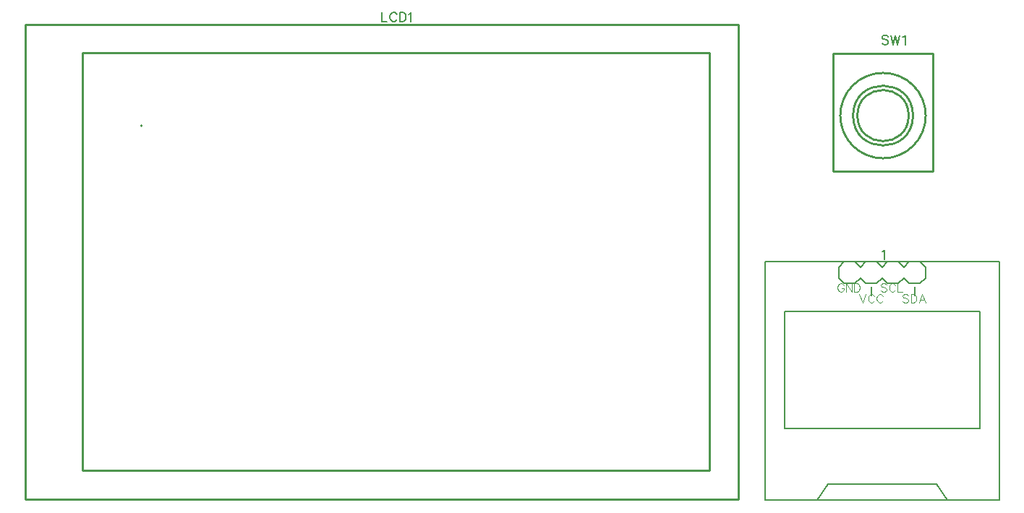
<source format=gto>
G04 Layer: TopSilkscreenLayer*
G04 EasyEDA v6.5.44, 2024-08-15 15:42:15*
G04 b91efb4008e245508f022da7a51206cd,080bb0d1436b4706b040d70de8f1a738,10*
G04 Gerber Generator version 0.2*
G04 Scale: 100 percent, Rotated: No, Reflected: No *
G04 Dimensions in millimeters *
G04 leading zeros omitted , absolute positions ,4 integer and 5 decimal *
%FSLAX45Y45*%
%MOMM*%

%ADD10C,0.1524*%
%ADD11C,0.0813*%
%ADD12C,0.1270*%
%ADD13C,0.2540*%

%LPD*%
D10*
X11049000Y10292587D02*
G01*
X11059413Y10297921D01*
X11074908Y10313415D01*
X11074908Y10204450D01*
D11*
X10600181Y9896602D02*
G01*
X10595609Y9905745D01*
X10586211Y9914889D01*
X10577068Y9919715D01*
X10558525Y9919715D01*
X10549381Y9914889D01*
X10539984Y9905745D01*
X10535411Y9896602D01*
X10530840Y9882631D01*
X10530840Y9859518D01*
X10535411Y9845802D01*
X10539984Y9836404D01*
X10549381Y9827260D01*
X10558525Y9822687D01*
X10577068Y9822687D01*
X10586211Y9827260D01*
X10595609Y9836404D01*
X10600181Y9845802D01*
X10600181Y9859518D01*
X10577068Y9859518D02*
G01*
X10600181Y9859518D01*
X10630661Y9919715D02*
G01*
X10630661Y9822687D01*
X10630661Y9919715D02*
G01*
X10695177Y9822687D01*
X10695177Y9919715D02*
G01*
X10695177Y9822687D01*
X10725658Y9919715D02*
G01*
X10725658Y9822687D01*
X10725658Y9919715D02*
G01*
X10758170Y9919715D01*
X10771886Y9914889D01*
X10781029Y9905745D01*
X10785856Y9896602D01*
X10790427Y9882631D01*
X10790427Y9859518D01*
X10785856Y9845802D01*
X10781029Y9836404D01*
X10771886Y9827260D01*
X10758170Y9822687D01*
X10725658Y9822687D01*
X10784840Y9792715D02*
G01*
X10821670Y9695687D01*
X10858754Y9792715D02*
G01*
X10821670Y9695687D01*
X10958575Y9769602D02*
G01*
X10953750Y9778745D01*
X10944606Y9787889D01*
X10935461Y9792715D01*
X10916920Y9792715D01*
X10907775Y9787889D01*
X10898377Y9778745D01*
X10893806Y9769602D01*
X10889234Y9755631D01*
X10889234Y9732518D01*
X10893806Y9718802D01*
X10898377Y9709404D01*
X10907775Y9700260D01*
X10916920Y9695687D01*
X10935461Y9695687D01*
X10944606Y9700260D01*
X10953750Y9709404D01*
X10958575Y9718802D01*
X11058143Y9769602D02*
G01*
X11053572Y9778745D01*
X11044427Y9787889D01*
X11035029Y9792715D01*
X11016741Y9792715D01*
X11007343Y9787889D01*
X10998200Y9778745D01*
X10993627Y9769602D01*
X10989056Y9755631D01*
X10989056Y9732518D01*
X10993627Y9718802D01*
X10998200Y9709404D01*
X11007343Y9700260D01*
X11016741Y9695687D01*
X11035029Y9695687D01*
X11044427Y9700260D01*
X11053572Y9709404D01*
X11058143Y9718802D01*
X11103609Y9905745D02*
G01*
X11094211Y9914889D01*
X11080495Y9919715D01*
X11061954Y9919715D01*
X11047984Y9914889D01*
X11038840Y9905745D01*
X11038840Y9896602D01*
X11043411Y9887204D01*
X11047984Y9882631D01*
X11057381Y9878060D01*
X11085068Y9868915D01*
X11094211Y9864089D01*
X11098784Y9859518D01*
X11103609Y9850374D01*
X11103609Y9836404D01*
X11094211Y9827260D01*
X11080495Y9822687D01*
X11061954Y9822687D01*
X11047984Y9827260D01*
X11038840Y9836404D01*
X11203177Y9896602D02*
G01*
X11198606Y9905745D01*
X11189461Y9914889D01*
X11180063Y9919715D01*
X11161775Y9919715D01*
X11152377Y9914889D01*
X11143234Y9905745D01*
X11138661Y9896602D01*
X11134090Y9882631D01*
X11134090Y9859518D01*
X11138661Y9845802D01*
X11143234Y9836404D01*
X11152377Y9827260D01*
X11161775Y9822687D01*
X11180063Y9822687D01*
X11189461Y9827260D01*
X11198606Y9836404D01*
X11203177Y9845802D01*
X11233658Y9919715D02*
G01*
X11233658Y9822687D01*
X11233658Y9822687D02*
G01*
X11289029Y9822687D01*
X11357609Y9778745D02*
G01*
X11348211Y9787889D01*
X11334495Y9792715D01*
X11315954Y9792715D01*
X11301984Y9787889D01*
X11292840Y9778745D01*
X11292840Y9769602D01*
X11297411Y9760204D01*
X11301984Y9755631D01*
X11311381Y9751060D01*
X11339068Y9741915D01*
X11348211Y9737089D01*
X11352784Y9732518D01*
X11357609Y9723374D01*
X11357609Y9709404D01*
X11348211Y9700260D01*
X11334495Y9695687D01*
X11315954Y9695687D01*
X11301984Y9700260D01*
X11292840Y9709404D01*
X11388090Y9792715D02*
G01*
X11388090Y9695687D01*
X11388090Y9792715D02*
G01*
X11420347Y9792715D01*
X11434063Y9787889D01*
X11443461Y9778745D01*
X11448034Y9769602D01*
X11452606Y9755631D01*
X11452606Y9732518D01*
X11448034Y9718802D01*
X11443461Y9709404D01*
X11434063Y9700260D01*
X11420347Y9695687D01*
X11388090Y9695687D01*
X11520170Y9792715D02*
G01*
X11483086Y9695687D01*
X11520170Y9792715D02*
G01*
X11557000Y9695687D01*
X11497056Y9727945D02*
G01*
X11543029Y9727945D01*
D10*
X5194300Y13094715D02*
G01*
X5194300Y12985750D01*
X5194300Y12985750D02*
G01*
X5256529Y12985750D01*
X5368797Y13068808D02*
G01*
X5363718Y13079221D01*
X5353304Y13089636D01*
X5342890Y13094715D01*
X5322061Y13094715D01*
X5311647Y13089636D01*
X5301234Y13079221D01*
X5296154Y13068808D01*
X5290820Y13053060D01*
X5290820Y13027152D01*
X5296154Y13011658D01*
X5301234Y13001244D01*
X5311647Y12990829D01*
X5322061Y12985750D01*
X5342890Y12985750D01*
X5353304Y12990829D01*
X5363718Y13001244D01*
X5368797Y13011658D01*
X5403088Y13094715D02*
G01*
X5403088Y12985750D01*
X5403088Y13094715D02*
G01*
X5439409Y13094715D01*
X5455158Y13089636D01*
X5465572Y13079221D01*
X5470652Y13068808D01*
X5475986Y13053060D01*
X5475986Y13027152D01*
X5470652Y13011658D01*
X5465572Y13001244D01*
X5455158Y12990829D01*
X5439409Y12985750D01*
X5403088Y12985750D01*
X5510275Y13073887D02*
G01*
X5520690Y13079221D01*
X5536184Y13094715D01*
X5536184Y12985750D01*
X11121643Y12812521D02*
G01*
X11111229Y12822936D01*
X11095736Y12828015D01*
X11074908Y12828015D01*
X11059413Y12822936D01*
X11049000Y12812521D01*
X11049000Y12802108D01*
X11054079Y12791694D01*
X11059413Y12786360D01*
X11069827Y12781279D01*
X11101070Y12770865D01*
X11111229Y12765786D01*
X11116563Y12760452D01*
X11121643Y12750037D01*
X11121643Y12734544D01*
X11111229Y12724129D01*
X11095736Y12719050D01*
X11074908Y12719050D01*
X11059413Y12724129D01*
X11049000Y12734544D01*
X11155934Y12828015D02*
G01*
X11182095Y12719050D01*
X11208004Y12828015D02*
G01*
X11182095Y12719050D01*
X11208004Y12828015D02*
G01*
X11233911Y12719050D01*
X11259820Y12828015D02*
G01*
X11233911Y12719050D01*
X11294109Y12807187D02*
G01*
X11304524Y12812521D01*
X11320272Y12828015D01*
X11320272Y12719050D01*
D12*
X9677400Y10172700D02*
G01*
X12420600Y10172700D01*
X12420600Y7378700D01*
X11811000Y7378700D01*
X10287000Y7378700D01*
X9677400Y7378700D01*
X9677400Y10172700D01*
X11493500Y10172700D02*
G01*
X11557000Y10109200D01*
X11557000Y9982200D01*
X11493500Y9918700D01*
X11366500Y9918700D01*
X11303000Y9982200D01*
X11239500Y9918700D01*
X11112500Y9918700D01*
X11049000Y9982200D01*
X10985500Y9918700D01*
X10858500Y9918700D01*
X10795000Y9982200D01*
X10731500Y9918700D01*
X10604500Y9918700D01*
X10541000Y9982200D01*
X10541000Y10109200D01*
X10604500Y10172700D01*
X10731500Y10172700D02*
G01*
X10795000Y10109200D01*
X10858500Y10172700D01*
X10985500Y10172700D02*
G01*
X11049000Y10109200D01*
X11112500Y10172700D01*
X11239500Y10172700D02*
G01*
X11303000Y10109200D01*
X11366500Y10172700D01*
X9906000Y9588500D02*
G01*
X12192000Y9588500D01*
X12192000Y8216900D01*
X9906000Y8216900D01*
X9906000Y9588500D01*
X10922000Y9779000D02*
G01*
X10922000Y9880600D01*
X11430000Y9779000D02*
G01*
X11430000Y9880600D01*
X10287000Y7378700D02*
G01*
X10414000Y7569200D01*
X11684000Y7569200D01*
X11811000Y7378700D01*
D13*
X1021699Y7387798D02*
G01*
X9370700Y7387798D01*
X9370700Y12950799D01*
X1021699Y12950799D01*
X1021699Y7387798D01*
X2372979Y11774840D02*
G01*
X2372979Y11767220D01*
X9029700Y7727797D02*
G01*
X9029700Y12623800D01*
X1685701Y12623800D01*
X1685701Y7727797D01*
X9029700Y7727797D01*
X10477500Y12609829D02*
G01*
X11645900Y12609829D01*
X11645900Y11235689D01*
X10477500Y11235689D01*
X10477500Y12609829D01*
G75*
G01
X11361420Y11885930D02*
G03X11361420Y11885930I-299720J0D01*
G75*
G01
X11562080Y11885930D02*
G03X11562080Y11885930I-500380J0D01*
G75*
G01
X11412220Y11885930D02*
G03X11412220Y11885930I-350520J0D01*
M02*

</source>
